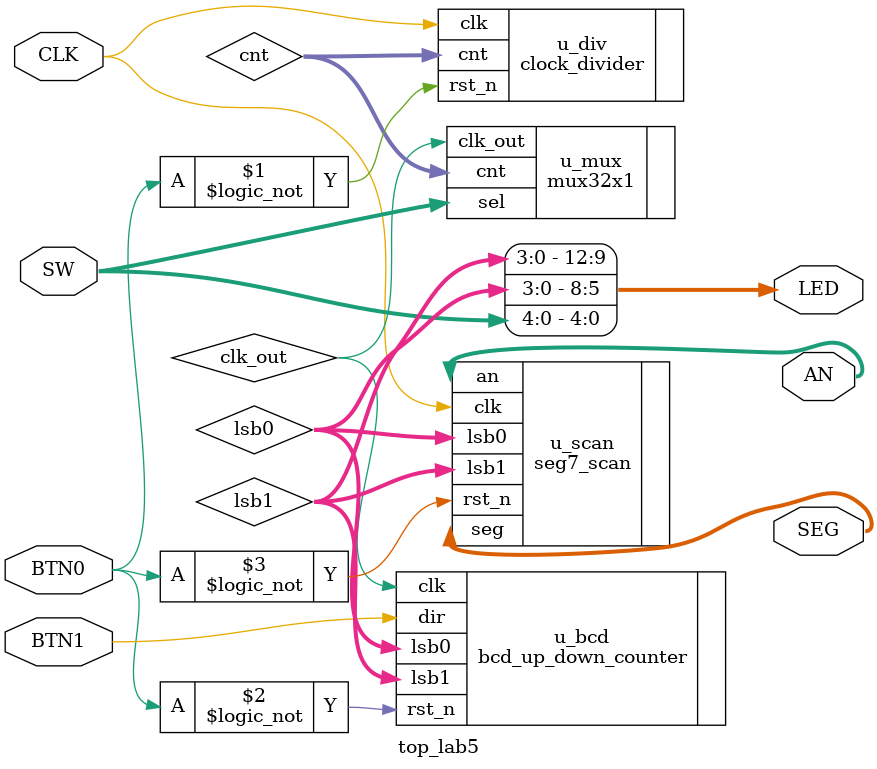
<source format=v>
`timescale 1ns / 1ps

module top_lab5 (
    input           CLK,     
    input           BTN0,    
    input           BTN1,    
    input  [4:0]    SW,      
    output [12:0]   LED,
    output [1:0]    AN,
    output [6:0]    SEG                
);
    wire [31:0]     cnt;
    wire            clk_out; 
    wire [3:0]      lsb0;    
    wire [3:0]      lsb1;    
    
    clock_divider u_div (
        .clk (CLK),
        .rst_n (!BTN0),   
        .cnt (cnt)
    );
        
    mux32x1 u_mux (
        .cnt (cnt),   
        .sel (SW),
        .clk_out (clk_out)
    );

    bcd_up_down_counter u_bcd (
        .clk (clk_out),  
        .rst_n (!BTN0),
        .dir (BTN1),     
        .lsb0 (lsb0),
        .lsb1 (lsb1)
    );

    seg7_scan u_scan (
        .clk (CLK),     
        .rst_n (!BTN0),
        .lsb0 (lsb0),
        .lsb1 (lsb1),
        .seg (SEG),
        .an (AN)
    );



    assign LED[4:0]     =   SW;                          
    assign LED[8:5]     =   lsb0;                      
    assign LED[12:9]    =   lsb1;                   

endmodule
</source>
